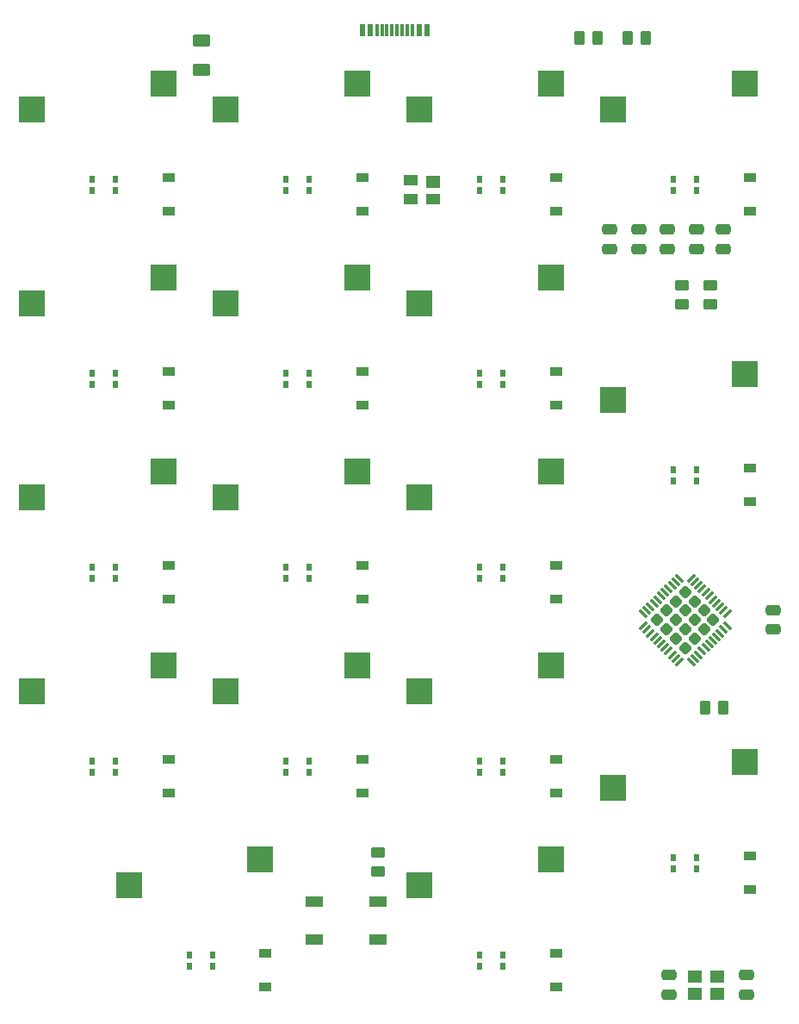
<source format=gbp>
G04 #@! TF.GenerationSoftware,KiCad,Pcbnew,(6.0.0)*
G04 #@! TF.CreationDate,2022-02-11T16:11:40+09:00*
G04 #@! TF.ProjectId,SkeletonNumPad,536b656c-6574-46f6-9e4e-756d5061642e,rev?*
G04 #@! TF.SameCoordinates,Original*
G04 #@! TF.FileFunction,Paste,Bot*
G04 #@! TF.FilePolarity,Positive*
%FSLAX46Y46*%
G04 Gerber Fmt 4.6, Leading zero omitted, Abs format (unit mm)*
G04 Created by KiCad (PCBNEW (6.0.0)) date 2022-02-11 16:11:40*
%MOMM*%
%LPD*%
G01*
G04 APERTURE LIST*
G04 Aperture macros list*
%AMRoundRect*
0 Rectangle with rounded corners*
0 $1 Rounding radius*
0 $2 $3 $4 $5 $6 $7 $8 $9 X,Y pos of 4 corners*
0 Add a 4 corners polygon primitive as box body*
4,1,4,$2,$3,$4,$5,$6,$7,$8,$9,$2,$3,0*
0 Add four circle primitives for the rounded corners*
1,1,$1+$1,$2,$3*
1,1,$1+$1,$4,$5*
1,1,$1+$1,$6,$7*
1,1,$1+$1,$8,$9*
0 Add four rect primitives between the rounded corners*
20,1,$1+$1,$2,$3,$4,$5,0*
20,1,$1+$1,$4,$5,$6,$7,0*
20,1,$1+$1,$6,$7,$8,$9,0*
20,1,$1+$1,$8,$9,$2,$3,0*%
G04 Aperture macros list end*
%ADD10R,0.600000X1.160000*%
%ADD11R,0.300000X1.160000*%
%ADD12R,1.200000X0.900000*%
%ADD13RoundRect,0.250000X-0.625000X0.375000X-0.625000X-0.375000X0.625000X-0.375000X0.625000X0.375000X0*%
%ADD14R,2.550000X2.500000*%
%ADD15R,0.500000X0.700000*%
%ADD16RoundRect,0.250000X0.475000X-0.250000X0.475000X0.250000X-0.475000X0.250000X-0.475000X-0.250000X0*%
%ADD17RoundRect,0.250000X-0.262500X-0.450000X0.262500X-0.450000X0.262500X0.450000X-0.262500X0.450000X0*%
%ADD18RoundRect,0.250000X-0.475000X0.250000X-0.475000X-0.250000X0.475000X-0.250000X0.475000X0.250000X0*%
%ADD19R,1.800000X1.100000*%
%ADD20RoundRect,0.250000X-0.450000X0.262500X-0.450000X-0.262500X0.450000X-0.262500X0.450000X0.262500X0*%
%ADD21R,1.400000X1.200000*%
%ADD22R,1.400000X1.000000*%
%ADD23RoundRect,0.250000X0.000000X-0.388909X0.388909X0.000000X0.000000X0.388909X-0.388909X0.000000X0*%
%ADD24RoundRect,0.062500X-0.291682X-0.380070X0.380070X0.291682X0.291682X0.380070X-0.380070X-0.291682X0*%
%ADD25RoundRect,0.062500X0.291682X-0.380070X0.380070X-0.291682X-0.291682X0.380070X-0.380070X0.291682X0*%
%ADD26RoundRect,0.250000X0.450000X-0.262500X0.450000X0.262500X-0.450000X0.262500X-0.450000X-0.262500X0*%
G04 APERTURE END LIST*
D10*
X130150000Y-37325000D03*
X130950000Y-37325000D03*
D11*
X132100000Y-37325000D03*
X133100000Y-37325000D03*
X133600000Y-37325000D03*
X134600000Y-37325000D03*
D10*
X135750000Y-37325000D03*
X136550000Y-37325000D03*
X136550000Y-37325000D03*
X135750000Y-37325000D03*
D11*
X135100000Y-37325000D03*
X134100000Y-37325000D03*
X132600000Y-37325000D03*
X131600000Y-37325000D03*
D10*
X130950000Y-37325000D03*
X130150000Y-37325000D03*
D12*
X149220000Y-74110000D03*
X149220000Y-70810000D03*
D13*
X114350000Y-38370000D03*
X114350000Y-41170000D03*
D14*
X135790000Y-121285000D03*
X148717000Y-118745000D03*
D12*
X130170000Y-93160000D03*
X130170000Y-89860000D03*
X149220000Y-55060000D03*
X149220000Y-51760000D03*
D15*
X103631400Y-72100000D03*
X105918600Y-72100000D03*
X105918600Y-71000000D03*
X103631400Y-71000000D03*
D12*
X120645000Y-131260000D03*
X120645000Y-127960000D03*
D16*
X163057500Y-58800000D03*
X163057500Y-56900000D03*
D17*
X156250000Y-38100000D03*
X158075000Y-38100000D03*
D18*
X160347500Y-130140000D03*
X160347500Y-132040000D03*
D12*
X111120000Y-93160000D03*
X111120000Y-89860000D03*
D14*
X154840000Y-111760000D03*
X167767000Y-109220000D03*
D15*
X115443600Y-128150000D03*
X113156400Y-128150000D03*
X113156400Y-129250000D03*
X115443600Y-129250000D03*
D12*
X130170000Y-55060000D03*
X130170000Y-51760000D03*
D15*
X144018600Y-128150000D03*
X141731400Y-128150000D03*
X141731400Y-129250000D03*
X144018600Y-129250000D03*
D14*
X97690000Y-64135000D03*
X110617000Y-61595000D03*
D17*
X163870000Y-103822500D03*
X165695000Y-103822500D03*
D14*
X116740000Y-45085000D03*
X129667000Y-42545000D03*
D12*
X130170000Y-74110000D03*
X130170000Y-70810000D03*
D17*
X151487500Y-38100000D03*
X153312500Y-38100000D03*
D15*
X144018600Y-90050000D03*
X141731400Y-90050000D03*
X141731400Y-91150000D03*
X144018600Y-91150000D03*
D12*
X111120000Y-55060000D03*
X111120000Y-51760000D03*
D15*
X105918600Y-51950000D03*
X103631400Y-51950000D03*
X103631400Y-53050000D03*
X105918600Y-53050000D03*
D19*
X125487500Y-122927500D03*
X131687500Y-122927500D03*
X125487500Y-126627500D03*
X131687500Y-126627500D03*
D14*
X154840000Y-45085000D03*
X167767000Y-42545000D03*
X116740000Y-64135000D03*
X129667000Y-61595000D03*
D16*
X157342500Y-58800000D03*
X157342500Y-56900000D03*
D15*
X144018600Y-51950000D03*
X141731400Y-51950000D03*
X141731400Y-53050000D03*
X144018600Y-53050000D03*
D14*
X135790000Y-102235000D03*
X148717000Y-99695000D03*
D20*
X164390000Y-62417500D03*
X164390000Y-64242500D03*
D15*
X163068600Y-51950000D03*
X160781400Y-51950000D03*
X160781400Y-53050000D03*
X163068600Y-53050000D03*
D12*
X168270000Y-83635000D03*
X168270000Y-80335000D03*
D15*
X160781400Y-119725000D03*
X163068600Y-119725000D03*
X163068600Y-118625000D03*
X160781400Y-118625000D03*
D12*
X111120000Y-74110000D03*
X111120000Y-70810000D03*
X149220000Y-131260000D03*
X149220000Y-127960000D03*
D14*
X116740000Y-102235000D03*
X129667000Y-99695000D03*
D12*
X168270000Y-121735000D03*
X168270000Y-118435000D03*
D16*
X170540000Y-96200000D03*
X170540000Y-94300000D03*
D21*
X137110000Y-52200000D03*
D22*
X137110000Y-53920000D03*
X134910000Y-53920000D03*
X134910000Y-52020000D03*
D14*
X97690000Y-83185000D03*
X110617000Y-80645000D03*
D16*
X165646800Y-58800000D03*
X165646800Y-56900000D03*
D14*
X135790000Y-83185000D03*
X148717000Y-80645000D03*
D15*
X141731400Y-110200000D03*
X144018600Y-110200000D03*
X144018600Y-109100000D03*
X141731400Y-109100000D03*
D14*
X97690000Y-45085000D03*
X110617000Y-42545000D03*
D23*
X161925000Y-92492284D03*
X161925000Y-94330761D03*
X160086522Y-96169239D03*
X161925000Y-96169239D03*
X163763478Y-94330761D03*
X163763478Y-96169239D03*
X164682716Y-95250000D03*
X160086522Y-94330761D03*
X161005761Y-93411522D03*
X161005761Y-95250000D03*
X159167284Y-95250000D03*
X162844239Y-93411522D03*
X161005761Y-97088478D03*
X161925000Y-98007716D03*
X162844239Y-97088478D03*
X162844239Y-95250000D03*
D24*
X161332798Y-99377736D03*
X160979245Y-99024182D03*
X160625691Y-98670629D03*
X160272138Y-98317076D03*
X159918585Y-97963522D03*
X159565031Y-97609969D03*
X159211478Y-97256415D03*
X158857924Y-96902862D03*
X158504371Y-96549309D03*
X158150818Y-96195755D03*
X157797264Y-95842202D03*
D25*
X157797264Y-94657798D03*
X158150818Y-94304245D03*
X158504371Y-93950691D03*
X158857924Y-93597138D03*
X159211478Y-93243585D03*
X159565031Y-92890031D03*
X159918585Y-92536478D03*
X160272138Y-92182924D03*
X160625691Y-91829371D03*
X160979245Y-91475818D03*
X161332798Y-91122264D03*
D24*
X162517202Y-91122264D03*
X162870755Y-91475818D03*
X163224309Y-91829371D03*
X163577862Y-92182924D03*
X163931415Y-92536478D03*
X164284969Y-92890031D03*
X164638522Y-93243585D03*
X164992076Y-93597138D03*
X165345629Y-93950691D03*
X165699182Y-94304245D03*
X166052736Y-94657798D03*
D25*
X166052736Y-95842202D03*
X165699182Y-96195755D03*
X165345629Y-96549309D03*
X164992076Y-96902862D03*
X164638522Y-97256415D03*
X164284969Y-97609969D03*
X163931415Y-97963522D03*
X163577862Y-98317076D03*
X163224309Y-98670629D03*
X162870755Y-99024182D03*
X162517202Y-99377736D03*
D12*
X111120000Y-112210000D03*
X111120000Y-108910000D03*
D16*
X167967500Y-132040000D03*
X167967500Y-130140000D03*
D14*
X154840000Y-73660000D03*
X167767000Y-71120000D03*
X116740000Y-83185000D03*
X129667000Y-80645000D03*
D12*
X168270000Y-55060000D03*
X168270000Y-51760000D03*
D16*
X154485000Y-58800000D03*
X154485000Y-56900000D03*
D12*
X149220000Y-112210000D03*
X149220000Y-108910000D03*
D15*
X105918600Y-90050000D03*
X103631400Y-90050000D03*
X103631400Y-91150000D03*
X105918600Y-91150000D03*
D14*
X135790000Y-64135000D03*
X148717000Y-61595000D03*
D21*
X165110000Y-131940000D03*
X162910000Y-131940000D03*
X162910000Y-130240000D03*
X165110000Y-130240000D03*
D15*
X122681400Y-110200000D03*
X124968600Y-110200000D03*
X124968600Y-109100000D03*
X122681400Y-109100000D03*
D12*
X130170000Y-112210000D03*
X130170000Y-108910000D03*
D15*
X160781400Y-81625000D03*
X163068600Y-81625000D03*
X163068600Y-80525000D03*
X160781400Y-80525000D03*
D12*
X149220000Y-93160000D03*
X149220000Y-89860000D03*
D16*
X160200000Y-58800000D03*
X160200000Y-56900000D03*
D14*
X107215000Y-121285000D03*
X120142000Y-118745000D03*
X97690000Y-102235000D03*
X110617000Y-99695000D03*
D15*
X124968600Y-51950000D03*
X122681400Y-51950000D03*
X122681400Y-53050000D03*
X124968600Y-53050000D03*
D26*
X131720000Y-119922500D03*
X131720000Y-118097500D03*
D20*
X161610000Y-62417500D03*
X161610000Y-64242500D03*
D15*
X122681400Y-72100000D03*
X124968600Y-72100000D03*
X124968600Y-71000000D03*
X122681400Y-71000000D03*
D14*
X135790000Y-45085000D03*
X148717000Y-42545000D03*
D15*
X103631400Y-110200000D03*
X105918600Y-110200000D03*
X105918600Y-109100000D03*
X103631400Y-109100000D03*
X124968600Y-90050000D03*
X122681400Y-90050000D03*
X122681400Y-91150000D03*
X124968600Y-91150000D03*
X141731400Y-72100000D03*
X144018600Y-72100000D03*
X144018600Y-71000000D03*
X141731400Y-71000000D03*
M02*

</source>
